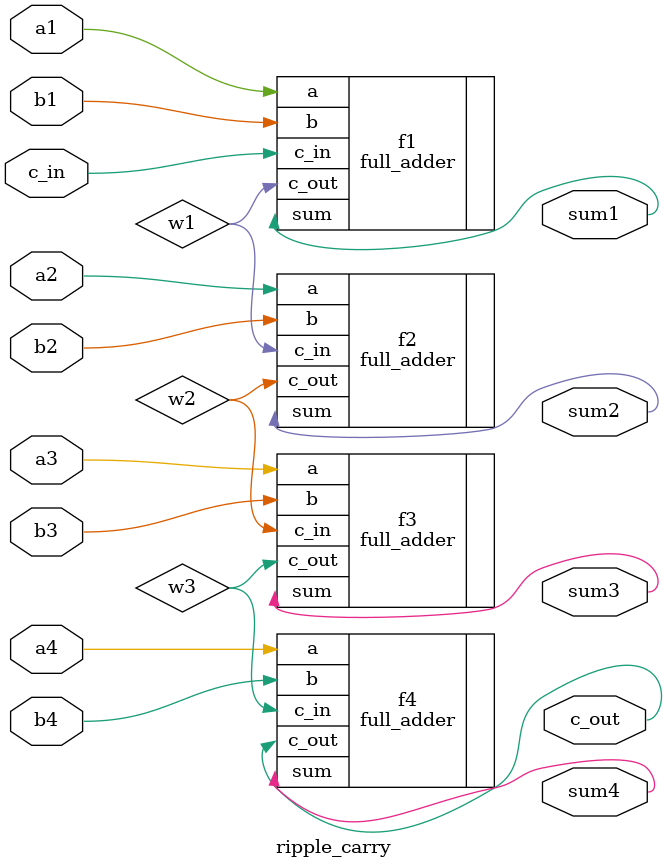
<source format=v>
`timescale 1ns / 1ps


module ripple_carry(
    
    input c_in,
    input a1,
    input b1,
    input a2,
    input b2,
    input a3,
    input b3,
    input a4,
    input b4,
    output sum1,
    output sum2,
    output sum3,
    output sum4,
    output c_out
    );
    
    wire w1, w2, w3;
    full_adder f1(.c_in(c_in), .a(a1), .b(b1), .sum(sum1), .c_out(w1));
    full_adder f2(.c_in(w1), .a(a2), .b(b2), .sum(sum2), .c_out(w2));
    full_adder f3(.c_in(w2), .a(a3), .b(b3), .sum(sum3), .c_out(w3));
    full_adder f4(.c_in(w3), .a(a4), .b(b4), .sum(sum4), .c_out(c_out));
    
    
endmodule

</source>
